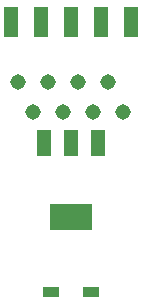
<source format=gbs>
G75*
%MOIN*%
%OFA0B0*%
%FSLAX24Y24*%
%IPPOS*%
%LPD*%
%AMOC8*
5,1,8,0,0,1.08239X$1,22.5*
%
%ADD10C,0.0515*%
%ADD11R,0.0500X0.1000*%
%ADD12R,0.0480X0.0880*%
%ADD13R,0.1417X0.0866*%
%ADD14R,0.0551X0.0354*%
D10*
X002517Y006500D03*
X003017Y007500D03*
X003517Y006500D03*
X004017Y007500D03*
X004517Y006500D03*
X005017Y007500D03*
X005517Y006500D03*
X002017Y007500D03*
D11*
X001767Y009500D03*
X002767Y009500D03*
X003767Y009500D03*
X004767Y009500D03*
X005767Y009500D03*
D12*
X004677Y005470D03*
X003767Y005470D03*
X002857Y005470D03*
D13*
X003767Y003030D03*
D14*
X003097Y000500D03*
X004436Y000500D03*
M02*

</source>
